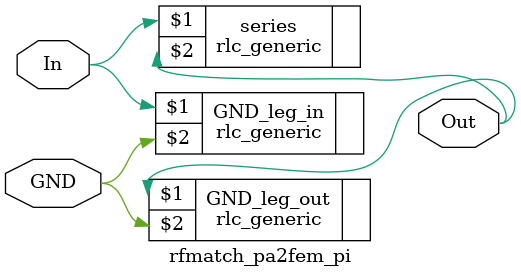
<source format=v>
/* RF Tx path from PA to M034F FEM, replicated for high and low bands */
/* we are going to use a generic pi network topology on FC Venus */

module rfmatch_pa2fem_pi (In, Out, GND);

input In;
output Out;
input GND;

rlc_generic series (In, Out);
rlc_generic GND_leg_in (In, GND);
rlc_generic GND_leg_out (Out, GND);

endmodule

</source>
